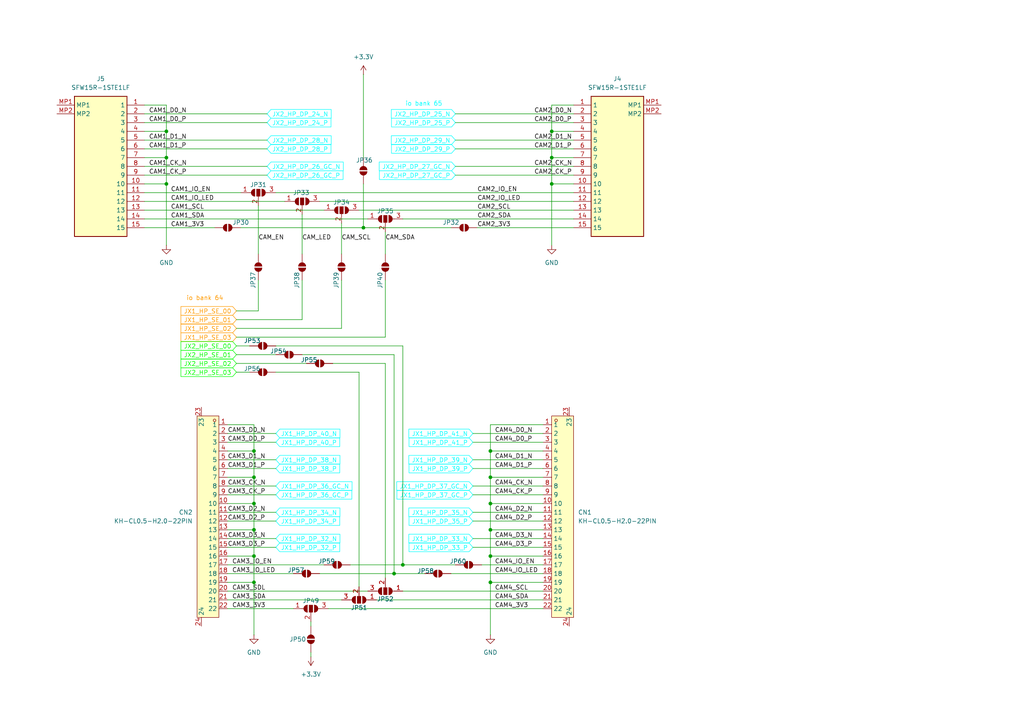
<source format=kicad_sch>
(kicad_sch (version 20231120) (generator "eeschema") (generator_version "8.0")
  (paper "A4")
  (lib_symbols
    (symbol "Jumper:SolderJumper_2_Open" (pin_numbers hide) (pin_names (offset 0) hide) (exclude_from_sim yes) (in_bom no)
      (property "Reference" "JP" (at 0 2.032 0))
      (property "Value" "SolderJumper_2_Open" (at 0 -2.54 0))
      (symbol "SolderJumper_2_Open_0_1"
        (arc (start -0.254 1.016) (mid -1.2656 0) (end -0.254 -1.016))
        (arc (start -0.254 1.016) (mid -1.2656 0) (end -0.254 -1.016) (fill (type outline)))
        (polyline (pts (xy -0.254 1.016) (xy -0.254 -1.016)))
        (polyline (pts (xy 0.254 1.016) (xy 0.254 -1.016)))
        (arc (start 0.254 -1.016) (mid 1.2656 0) (end 0.254 1.016))
        (arc (start 0.254 -1.016) (mid 1.2656 0) (end 0.254 1.016) (fill (type outline)))
      )
      (symbol "SolderJumper_2_Open_1_1"
        (pin passive line (at -3.81 0 0) (length 2.54) (name "A") (number "1"))
        (pin passive line (at 3.81 0 180) (length 2.54) (name "B") (number "2"))
      )
    )
    (symbol "Jumper:SolderJumper_3_Open" (pin_names (offset 0) hide) (exclude_from_sim yes) (in_bom no)
      (property "Reference" "JP" (at -2.54 -2.54 0))
      (property "Value" "SolderJumper_3_Open" (at 0 2.794 0))
      (symbol "SolderJumper_3_Open_0_1"
        (arc (start -1.016 1.016) (mid -2.0276 0) (end -1.016 -1.016))
        (arc (start -1.016 1.016) (mid -2.0276 0) (end -1.016 -1.016) (fill (type outline)))
        (rectangle (start -0.508 1.016) (end 0.508 -1.016) (fill (type outline)))
        (polyline (pts (xy -2.54 0) (xy -2.032 0)))
        (polyline (pts (xy -1.016 1.016) (xy -1.016 -1.016)))
        (polyline (pts (xy 0 -1.27) (xy 0 -1.016)))
        (polyline (pts (xy 1.016 1.016) (xy 1.016 -1.016)))
        (polyline (pts (xy 2.54 0) (xy 2.032 0)))
        (arc (start 1.016 -1.016) (mid 2.0276 0) (end 1.016 1.016))
        (arc (start 1.016 -1.016) (mid 2.0276 0) (end 1.016 1.016) (fill (type outline)))
      )
      (symbol "SolderJumper_3_Open_1_1"
        (pin passive line (at -5.08 0 0) (length 2.54) (name "A") (number "1"))
        (pin passive line (at 0 -3.81 90) (length 2.54) (name "C") (number "2"))
        (pin passive line (at 5.08 0 180) (length 2.54) (name "B") (number "3"))
      )
    )
    (symbol "SamacSys_Parts:SFW15R-1STE1LF"
      (property "Reference" "J" (at 21.59 7.62 0))
      (property "Value" "SFW15R-1STE1LF" (at 21.59 5.08 0))
      (symbol "SFW15R-1STE1LF_1_1"
        (rectangle (start 5.08 2.54) (end 20.32 -38.1) (stroke (width 0.254)) (fill (type background)))
        (pin passive line (at 25.4 0 180) (length 5.08) (name "1") (number "1"))
        (pin passive line (at 25.4 -22.86 180) (length 5.08) (name "10") (number "10"))
        (pin passive line (at 25.4 -25.4 180) (length 5.08) (name "11") (number "11"))
        (pin passive line (at 25.4 -27.94 180) (length 5.08) (name "12") (number "12"))
        (pin passive line (at 25.4 -30.48 180) (length 5.08) (name "13") (number "13"))
        (pin passive line (at 25.4 -33.02 180) (length 5.08) (name "14") (number "14"))
        (pin passive line (at 25.4 -35.56 180) (length 5.08) (name "15") (number "15"))
        (pin passive line (at 25.4 -2.54 180) (length 5.08) (name "2") (number "2"))
        (pin passive line (at 25.4 -5.08 180) (length 5.08) (name "3") (number "3"))
        (pin passive line (at 25.4 -7.62 180) (length 5.08) (name "4") (number "4"))
        (pin passive line (at 25.4 -10.16 180) (length 5.08) (name "5") (number "5"))
        (pin passive line (at 25.4 -12.7 180) (length 5.08) (name "6") (number "6"))
        (pin passive line (at 25.4 -15.24 180) (length 5.08) (name "7") (number "7"))
        (pin passive line (at 25.4 -17.78 180) (length 5.08) (name "8") (number "8"))
        (pin passive line (at 25.4 -20.32 180) (length 5.08) (name "9") (number "9"))
        (pin passive line (at 0 0 0) (length 5.08) (name "MP1") (number "MP1"))
        (pin passive line (at 0 -2.54 0) (length 5.08) (name "MP2") (number "MP2"))
      )
    )
    (symbol "my_lib:KH-CL0.5-H2.0-22PIN"
      (property "Reference" "CN" (at 0 36.83 0))
      (property "Value" "KH-CL0.5-H2.0-22PIN" (at 0 -36.83 0))
      (symbol "KH-CL0.5-H2.0-22PIN_0_1"
        (rectangle (start -2.54 29.21) (end 3.81 -29.21) (fill (type background)))
        (circle (center -1.27 27.94) (radius 0.38))
        (pin unspecified line (at -5.08 26.67 0) (length 2.54) (name "1") (number "1"))
        (pin unspecified line (at -5.08 3.81 0) (length 2.54) (name "10") (number "10"))
        (pin unspecified line (at -5.08 1.27 0) (length 2.54) (name "11") (number "11"))
        (pin unspecified line (at -5.08 -1.27 0) (length 2.54) (name "12") (number "12"))
        (pin unspecified line (at -5.08 -3.81 0) (length 2.54) (name "13") (number "13"))
        (pin unspecified line (at -5.08 -6.35 0) (length 2.54) (name "14") (number "14"))
        (pin unspecified line (at -5.08 -8.89 0) (length 2.54) (name "15") (number "15"))
        (pin unspecified line (at -5.08 -11.43 0) (length 2.54) (name "16") (number "16"))
        (pin unspecified line (at -5.08 -13.97 0) (length 2.54) (name "17") (number "17"))
        (pin unspecified line (at -5.08 -16.51 0) (length 2.54) (name "18") (number "18"))
        (pin unspecified line (at -5.08 -19.05 0) (length 2.54) (name "19") (number "19"))
        (pin unspecified line (at -5.08 24.13 0) (length 2.54) (name "2") (number "2"))
        (pin unspecified line (at -5.08 -21.59 0) (length 2.54) (name "20") (number "20"))
        (pin unspecified line (at -5.08 -24.13 0) (length 2.54) (name "21") (number "21"))
        (pin unspecified line (at -5.08 -26.67 0) (length 2.54) (name "22") (number "22"))
        (pin unspecified line (at 2.54 31.75 270) (length 2.54) (name "23") (number "23"))
        (pin unspecified line (at 2.54 -31.75 90) (length 2.54) (name "24") (number "24"))
        (pin unspecified line (at -5.08 21.59 0) (length 2.54) (name "3") (number "3"))
        (pin unspecified line (at -5.08 19.05 0) (length 2.54) (name "4") (number "4"))
        (pin unspecified line (at -5.08 16.51 0) (length 2.54) (name "5") (number "5"))
        (pin unspecified line (at -5.08 13.97 0) (length 2.54) (name "6") (number "6"))
        (pin unspecified line (at -5.08 11.43 0) (length 2.54) (name "7") (number "7"))
        (pin unspecified line (at -5.08 8.89 0) (length 2.54) (name "8") (number "8"))
        (pin unspecified line (at -5.08 6.35 0) (length 2.54) (name "9") (number "9"))
      )
    )
    (symbol "power:+3.3V" (power) (pin_numbers hide) (pin_names (offset 0) hide)
      (property "Value" "+3.3V" (at 0 3.556 0))
      (symbol "+3.3V_0_1"
        (polyline (pts (xy -0.762 1.27) (xy 0 2.54)))
        (polyline (pts (xy 0 0) (xy 0 2.54)))
        (polyline (pts (xy 0 2.54) (xy 0.762 1.27)))
      )
      (symbol "+3.3V_1_1"
        (pin power_in line (at 0 0 90) (length 0) (name "~") (number "1"))
      )
    )
    (symbol "power:GND" (power) (pin_numbers hide) (pin_names (offset 0) hide)
      (property "Value" "GND" (at 0 -3.81 0))
      (symbol "GND_0_1"
        (polyline (pts (xy 0 0) (xy 0 -1.27) (xy 1.27 -1.27) (xy 0 -2.54) (xy -1.27 -1.27) (xy 0 -1.27)))
      )
      (symbol "GND_1_1"
        (pin power_in line (at 0 0 270) (length 0) (name "~") (number "1"))
      )
    )
  )
  (junction (at 160.02 45.72))
  (junction (at 116.84 163.83))
  (junction (at 142.24 161.29))
  (junction (at 73.66 130.81))
  (junction (at 142.24 146.05))
  (junction (at 160.02 38.1))
  (junction (at 73.66 138.43))
  (junction (at 73.66 146.05))
  (junction (at 73.66 153.67))
  (junction (at 160.02 53.34))
  (junction (at 48.26 45.72))
  (junction (at 114.3 166.37))
  (junction (at 105.41 66.04))
  (junction (at 48.26 53.34))
  (junction (at 142.24 168.91))
  (junction (at 142.24 130.81))
  (junction (at 48.26 38.1))
  (junction (at 142.24 138.43))
  (junction (at 73.66 168.91))
  (junction (at 73.66 161.29))
  (junction (at 142.24 153.67))
  (wire (pts (xy 68.58 107.95) (xy 72.39 107.95)))
  (wire (pts (xy 41.91 66.04) (xy 62.23 66.04)))
  (wire (pts (xy 73.66 161.29) (xy 73.66 168.91)))
  (wire (pts (xy 142.24 161.29) (xy 142.24 168.91)))
  (wire (pts (xy 66.04 166.37) (xy 85.09 166.37)))
  (wire (pts (xy 41.91 53.34) (xy 48.26 53.34)))
  (wire (pts (xy 69.85 66.04) (xy 105.41 66.04)))
  (wire (pts (xy 90.17 180.34) (xy 90.17 181.61)))
  (wire (pts (xy 132.08 35.56) (xy 166.37 35.56)))
  (wire (pts (xy 137.16 151.13) (xy 157.48 151.13)))
  (wire (pts (xy 68.58 100.33) (xy 72.39 100.33)))
  (wire (pts (xy 90.17 189.23) (xy 90.17 190.5)))
  (wire (pts (xy 66.04 133.35) (xy 80.01 133.35)))
  (wire (pts (xy 68.58 97.79) (xy 111.76 97.79)))
  (wire (pts (xy 48.26 53.34) (xy 48.26 71.12)))
  (wire (pts (xy 68.58 105.41) (xy 88.9 105.41)))
  (wire (pts (xy 160.02 30.48) (xy 160.02 38.1)))
  (wire (pts (xy 41.91 60.96) (xy 93.98 60.96)))
  (wire (pts (xy 160.02 45.72) (xy 160.02 53.34)))
  (wire (pts (xy 68.58 90.17) (xy 74.93 90.17)))
  (wire (pts (xy 132.08 40.64) (xy 166.37 40.64)))
  (wire (pts (xy 114.3 166.37) (xy 123.19 166.37)))
  (wire (pts (xy 92.71 58.42) (xy 166.37 58.42)))
  (wire (pts (xy 137.16 125.73) (xy 157.48 125.73)))
  (wire (pts (xy 142.24 168.91) (xy 157.48 168.91)))
  (wire (pts (xy 48.26 30.48) (xy 48.26 38.1)))
  (wire (pts (xy 114.3 102.87) (xy 114.3 166.37)))
  (wire (pts (xy 99.06 64.77) (xy 99.06 73.66)))
  (wire (pts (xy 137.16 156.21) (xy 157.48 156.21)))
  (wire (pts (xy 104.14 60.96) (xy 166.37 60.96)))
  (wire (pts (xy 105.41 21.59) (xy 105.41 45.72)))
  (wire (pts (xy 109.22 173.99) (xy 157.48 173.99)))
  (wire (pts (xy 111.76 97.79) (xy 111.76 81.28)))
  (wire (pts (xy 111.76 67.31) (xy 111.76 73.66)))
  (wire (pts (xy 132.08 48.26) (xy 166.37 48.26)))
  (wire (pts (xy 87.63 102.87) (xy 114.3 102.87)))
  (wire (pts (xy 80.01 55.88) (xy 166.37 55.88)))
  (wire (pts (xy 66.04 138.43) (xy 73.66 138.43)))
  (wire (pts (xy 66.04 158.75) (xy 80.01 158.75)))
  (wire (pts (xy 166.37 45.72) (xy 160.02 45.72)))
  (wire (pts (xy 68.58 102.87) (xy 80.01 102.87)))
  (wire (pts (xy 68.58 95.25) (xy 99.06 95.25)))
  (wire (pts (xy 41.91 55.88) (xy 69.85 55.88)))
  (wire (pts (xy 74.93 59.69) (xy 74.93 73.66)))
  (wire (pts (xy 142.24 168.91) (xy 142.24 184.15)))
  (wire (pts (xy 137.16 143.51) (xy 157.48 143.51)))
  (wire (pts (xy 142.24 138.43) (xy 142.24 146.05)))
  (wire (pts (xy 111.76 105.41) (xy 111.76 167.64)))
  (wire (pts (xy 137.16 128.27) (xy 157.48 128.27)))
  (wire (pts (xy 41.91 33.02) (xy 77.47 33.02)))
  (wire (pts (xy 80.01 100.33) (xy 116.84 100.33)))
  (wire (pts (xy 130.81 166.37) (xy 157.48 166.37)))
  (wire (pts (xy 41.91 40.64) (xy 77.47 40.64)))
  (wire (pts (xy 66.04 163.83) (xy 93.98 163.83)))
  (wire (pts (xy 48.26 45.72) (xy 48.26 53.34)))
  (wire (pts (xy 66.04 130.81) (xy 73.66 130.81)))
  (wire (pts (xy 142.24 146.05) (xy 142.24 153.67)))
  (wire (pts (xy 87.63 92.71) (xy 87.63 81.28)))
  (wire (pts (xy 41.91 50.8) (xy 77.47 50.8)))
  (wire (pts (xy 66.04 151.13) (xy 80.01 151.13)))
  (wire (pts (xy 116.84 63.5) (xy 166.37 63.5)))
  (wire (pts (xy 104.14 107.95) (xy 104.14 170.18)))
  (wire (pts (xy 95.25 176.53) (xy 157.48 176.53)))
  (wire (pts (xy 73.66 153.67) (xy 73.66 161.29)))
  (wire (pts (xy 132.08 50.8) (xy 166.37 50.8)))
  (wire (pts (xy 66.04 168.91) (xy 73.66 168.91)))
  (wire (pts (xy 41.91 63.5) (xy 106.68 63.5)))
  (wire (pts (xy 137.16 140.97) (xy 157.48 140.97)))
  (wire (pts (xy 66.04 123.19) (xy 73.66 123.19)))
  (wire (pts (xy 73.66 146.05) (xy 73.66 153.67)))
  (wire (pts (xy 48.26 38.1) (xy 48.26 45.72)))
  (wire (pts (xy 66.04 173.99) (xy 99.06 173.99)))
  (wire (pts (xy 66.04 146.05) (xy 73.66 146.05)))
  (wire (pts (xy 73.66 168.91) (xy 73.66 184.15)))
  (wire (pts (xy 66.04 156.21) (xy 80.01 156.21)))
  (wire (pts (xy 41.91 43.18) (xy 77.47 43.18)))
  (wire (pts (xy 132.08 33.02) (xy 166.37 33.02)))
  (wire (pts (xy 142.24 130.81) (xy 142.24 138.43)))
  (wire (pts (xy 41.91 30.48) (xy 48.26 30.48)))
  (wire (pts (xy 87.63 62.23) (xy 87.63 73.66)))
  (wire (pts (xy 73.66 130.81) (xy 73.66 138.43)))
  (wire (pts (xy 139.7 163.83) (xy 157.48 163.83)))
  (wire (pts (xy 66.04 143.51) (xy 80.01 143.51)))
  (wire (pts (xy 116.84 163.83) (xy 132.08 163.83)))
  (wire (pts (xy 66.04 153.67) (xy 73.66 153.67)))
  (wire (pts (xy 137.16 135.89) (xy 157.48 135.89)))
  (wire (pts (xy 41.91 48.26) (xy 77.47 48.26)))
  (wire (pts (xy 92.71 166.37) (xy 114.3 166.37)))
  (wire (pts (xy 142.24 153.67) (xy 157.48 153.67)))
  (wire (pts (xy 137.16 158.75) (xy 157.48 158.75)))
  (wire (pts (xy 41.91 58.42) (xy 82.55 58.42)))
  (wire (pts (xy 142.24 146.05) (xy 157.48 146.05)))
  (wire (pts (xy 66.04 176.53) (xy 85.09 176.53)))
  (wire (pts (xy 142.24 161.29) (xy 157.48 161.29)))
  (wire (pts (xy 137.16 148.59) (xy 157.48 148.59)))
  (wire (pts (xy 160.02 53.34) (xy 160.02 71.12)))
  (wire (pts (xy 73.66 138.43) (xy 73.66 146.05)))
  (wire (pts (xy 142.24 153.67) (xy 142.24 161.29)))
  (wire (pts (xy 105.41 66.04) (xy 130.81 66.04)))
  (wire (pts (xy 116.84 100.33) (xy 116.84 163.83)))
  (wire (pts (xy 142.24 130.81) (xy 157.48 130.81)))
  (wire (pts (xy 68.58 92.71) (xy 87.63 92.71)))
  (wire (pts (xy 41.91 35.56) (xy 77.47 35.56)))
  (wire (pts (xy 66.04 171.45) (xy 106.68 171.45)))
  (wire (pts (xy 157.48 123.19) (xy 142.24 123.19)))
  (wire (pts (xy 74.93 90.17) (xy 74.93 81.28)))
  (wire (pts (xy 137.16 133.35) (xy 157.48 133.35)))
  (wire (pts (xy 142.24 123.19) (xy 142.24 130.81)))
  (wire (pts (xy 66.04 128.27) (xy 80.01 128.27)))
  (wire (pts (xy 66.04 148.59) (xy 80.01 148.59)))
  (wire (pts (xy 105.41 53.34) (xy 105.41 66.04)))
  (wire (pts (xy 166.37 38.1) (xy 160.02 38.1)))
  (wire (pts (xy 132.08 43.18) (xy 166.37 43.18)))
  (wire (pts (xy 99.06 95.25) (xy 99.06 81.28)))
  (wire (pts (xy 66.04 135.89) (xy 80.01 135.89)))
  (wire (pts (xy 160.02 38.1) (xy 160.02 45.72)))
  (wire (pts (xy 116.84 171.45) (xy 157.48 171.45)))
  (wire (pts (xy 142.24 138.43) (xy 157.48 138.43)))
  (wire (pts (xy 73.66 123.19) (xy 73.66 130.81)))
  (wire (pts (xy 80.01 107.95) (xy 104.14 107.95)))
  (wire (pts (xy 166.37 30.48) (xy 160.02 30.48)))
  (wire (pts (xy 66.04 125.73) (xy 80.01 125.73)))
  (wire (pts (xy 166.37 53.34) (xy 160.02 53.34)))
  (wire (pts (xy 166.37 66.04) (xy 138.43 66.04)))
  (wire (pts (xy 41.91 38.1) (xy 48.26 38.1)))
  (wire (pts (xy 101.6 163.83) (xy 116.84 163.83)))
  (wire (pts (xy 66.04 140.97) (xy 80.01 140.97)))
  (wire (pts (xy 96.52 105.41) (xy 111.76 105.41)))
  (wire (pts (xy 66.04 161.29) (xy 73.66 161.29)))
  (wire (pts (xy 41.91 45.72) (xy 48.26 45.72)))
  (text "io bank 64" (at 59.436 86.614 0) (effects (font (size 1.27 1.27))))
  (text "io bank 65" (at 122.936 30.226 0) (effects (font (size 1.27 1.27))))
  (label "CAM3_D0_N" (at 66.04 125.73 0))
  (label "CAM4_D3_P" (at 143.51 158.75 0))
  (label "CAM4_IO_LED" (at 143.51 166.37 0))
  (label "CAM1_D1_N" (at 43.18 40.64 0))
  (label "CAM4_CK_N" (at 143.51 140.97 0))
  (label "CAM1_SCL" (at 49.53 60.96 0))
  (label "CAM1_CK_P" (at 43.18 50.8 0))
  (label "CAM3_D2_P" (at 66.04 151.13 0))
  (label "CAM2_D0_N" (at 154.94 33.02 0))
  (label "CAM3_D3_P" (at 66.04 158.75 0))
  (label "CAM4_SDA" (at 143.51 173.99 0))
  (label "CAM4_SCL" (at 143.51 171.45 0))
  (label "CAM_LED" (at 87.63 69.85 0))
  (label "CAM2_IO_LED" (at 138.43 58.42 0))
  (label "CAM4_D0_P" (at 143.51 128.27 0))
  (label "CAM1_SDA" (at 49.53 63.5 0))
  (label "CAM4_D3_N" (at 143.51 156.21 0))
  (label "CAM1_D1_P" (at 43.18 43.18 0))
  (label "CAM2_D1_N" (at 154.94 40.64 0))
  (label "CAM4_CK_P" (at 143.51 143.51 0))
  (label "CAM4_D2_N" (at 143.51 148.59 0))
  (label "CAM3_D0_P" (at 66.04 128.27 0))
  (label "CAM4_D1_N" (at 143.51 133.35 0))
  (label "CAM3_IO_EN" (at 67.31 163.83 0))
  (label "CAM2_IO_EN" (at 138.43 55.88 0))
  (label "CAM2_SDA" (at 138.43 63.5 0))
  (label "CAM3_D1_N" (at 66.04 133.35 0))
  (label "CAM4_D1_P" (at 143.51 135.89 0))
  (label "CAM2_CK_P" (at 154.94 50.8 0))
  (label "CAM3_SDL" (at 67.31 171.45 0))
  (label "CAM2_D1_P" (at 154.94 43.18 0))
  (label "CAM2_3V3" (at 138.43 66.04 0))
  (label "CAM1_IO_EN" (at 49.53 55.88 0))
  (label "CAM3_CK_N" (at 66.04 140.97 0))
  (label "CAM1_CK_N" (at 43.18 48.26 0))
  (label "CAM2_D0_P" (at 154.94 35.56 0))
  (label "CAM1_D0_P" (at 43.18 35.56 0))
  (label "CAM3_D2_N" (at 66.04 148.59 0))
  (label "CAM1_IO_LED" (at 49.53 58.42 0))
  (label "CAM3_3V3" (at 67.31 176.53 0))
  (label "CAM_EN" (at 74.93 69.85 0))
  (label "CAM3_SDA" (at 67.31 173.99 0))
  (label "CAM1_D0_N" (at 43.18 33.02 0))
  (label "CAM4_3V3" (at 143.51 176.53 0))
  (label "CAM4_D2_P" (at 143.51 151.13 0))
  (label "CAM2_CK_N" (at 154.94 48.26 0))
  (label "CAM4_IO_EN" (at 143.51 163.83 0))
  (label "CAM3_IO_LED" (at 67.31 166.37 0))
  (label "CAM2_SCL" (at 138.43 60.96 0))
  (label "CAM3_CK_P" (at 66.04 143.51 0))
  (label "CAM_SCL" (at 99.06 69.85 0))
  (label "CAM3_D1_P" (at 66.04 135.89 0))
  (label "CAM4_D0_N" (at 143.51 125.73 0))
  (label "CAM1_3V3" (at 49.53 66.04 0))
  (label "CAM_SDA" (at 111.76 69.85 0))
  (label "CAM3_D3_N" (at 66.04 156.21 0))
  (global_label "JX1_HP_DP_40_N" (shape input) (at 80.01 125.73 0) (property "Intersheetrefs" "${INTERSHEET_REFS}" (effects (hide yes))))
  (global_label "JX1_HP_DP_35_N" (shape input) (at 137.16 148.59 180) (property "Intersheetrefs" "${INTERSHEET_REFS}" (effects (hide yes))))
  (global_label "JX2_HP_SE_02" (shape input) (at 68.58 105.41 180) (property "Intersheetrefs" "${INTERSHEET_REFS}" (effects (hide yes))))
  (global_label "JX2_HP_DP_24_N" (shape input) (at 77.47 33.02 0) (property "Intersheetrefs" "${INTERSHEET_REFS}" (effects (hide yes))))
  (global_label "JX2_HP_DP_28_P" (shape input) (at 77.47 43.18 0) (property "Intersheetrefs" "${INTERSHEET_REFS}" (effects (hide yes))))
  (global_label "JX1_HP_DP_37_GC_N" (shape input) (at 137.16 140.97 180) (property "Intersheetrefs" "${INTERSHEET_REFS}" (effects (hide yes))))
  (global_label "JX1_HP_DP_38_N" (shape input) (at 80.01 133.35 0) (property "Intersheetrefs" "${INTERSHEET_REFS}" (effects (hide yes))))
  (global_label "JX2_HP_SE_00" (shape input) (at 68.58 100.33 180) (property "Intersheetrefs" "${INTERSHEET_REFS}" (effects (hide yes))))
  (global_label "JX1_HP_SE_02" (shape input) (at 68.58 95.25 180) (property "Intersheetrefs" "${INTERSHEET_REFS}" (effects (hide yes))))
  (global_label "JX2_HP_DP_24_P" (shape input) (at 77.47 35.56 0) (property "Intersheetrefs" "${INTERSHEET_REFS}" (effects (hide yes))))
  (global_label "JX1_HP_DP_41_P" (shape input) (at 137.16 128.27 180) (property "Intersheetrefs" "${INTERSHEET_REFS}" (effects (hide yes))))
  (global_label "JX1_HP_DP_33_P" (shape input) (at 137.16 158.75 180) (property "Intersheetrefs" "${INTERSHEET_REFS}" (effects (hide yes))))
  (global_label "JX2_HP_DP_29_P" (shape input) (at 132.08 43.18 180) (property "Intersheetrefs" "${INTERSHEET_REFS}" (effects (hide yes))))
  (global_label "JX2_HP_DP_27_GC_P" (shape input) (at 132.08 50.8 180) (property "Intersheetrefs" "${INTERSHEET_REFS}" (effects (hide yes))))
  (global_label "JX1_HP_SE_01" (shape input) (at 68.58 92.71 180) (property "Intersheetrefs" "${INTERSHEET_REFS}" (effects (hide yes))))
  (global_label "JX1_HP_DP_37_GC_P" (shape input) (at 137.16 143.51 180) (property "Intersheetrefs" "${INTERSHEET_REFS}" (effects (hide yes))))
  (global_label "JX2_HP_DP_26_GC_N" (shape input) (at 77.47 48.26 0) (property "Intersheetrefs" "${INTERSHEET_REFS}" (effects (hide yes))))
  (global_label "JX1_HP_DP_40_P" (shape input) (at 80.01 128.27 0) (property "Intersheetrefs" "${INTERSHEET_REFS}" (effects (hide yes))))
  (global_label "JX1_HP_DP_39_P" (shape input) (at 137.16 135.89 180) (property "Intersheetrefs" "${INTERSHEET_REFS}" (effects (hide yes))))
  (global_label "JX1_HP_DP_35_P" (shape input) (at 137.16 151.13 180) (property "Intersheetrefs" "${INTERSHEET_REFS}" (effects (hide yes))))
  (global_label "JX1_HP_DP_41_N" (shape input) (at 137.16 125.73 180) (property "Intersheetrefs" "${INTERSHEET_REFS}" (effects (hide yes))))
  (global_label "JX1_HP_DP_36_GC_N" (shape input) (at 80.01 140.97 0) (property "Intersheetrefs" "${INTERSHEET_REFS}" (effects (hide yes))))
  (global_label "JX1_HP_DP_39_N" (shape input) (at 137.16 133.35 180) (property "Intersheetrefs" "${INTERSHEET_REFS}" (effects (hide yes))))
  (global_label "JX1_HP_SE_00" (shape input) (at 68.58 90.17 180) (property "Intersheetrefs" "${INTERSHEET_REFS}" (effects (hide yes))))
  (global_label "JX2_HP_DP_27_GC_N" (shape input) (at 132.08 48.26 180) (property "Intersheetrefs" "${INTERSHEET_REFS}" (effects (hide yes))))
  (global_label "JX1_HP_DP_36_GC_P" (shape input) (at 80.01 143.51 0) (property "Intersheetrefs" "${INTERSHEET_REFS}" (effects (hide yes))))
  (global_label "JX2_HP_DP_28_N" (shape input) (at 77.47 40.64 0) (property "Intersheetrefs" "${INTERSHEET_REFS}" (effects (hide yes))))
  (global_label "JX1_HP_DP_34_P" (shape input) (at 80.01 151.13 0) (property "Intersheetrefs" "${INTERSHEET_REFS}" (effects (hide yes))))
  (global_label "JX2_HP_DP_29_N" (shape input) (at 132.08 40.64 180) (property "Intersheetrefs" "${INTERSHEET_REFS}" (effects (hide yes))))
  (global_label "JX2_HP_SE_01" (shape input) (at 68.58 102.87 180) (property "Intersheetrefs" "${INTERSHEET_REFS}" (effects (hide yes))))
  (global_label "JX1_HP_DP_32_N" (shape input) (at 80.01 156.21 0) (property "Intersheetrefs" "${INTERSHEET_REFS}" (effects (hide yes))))
  (global_label "JX1_HP_DP_34_N" (shape input) (at 80.01 148.59 0) (property "Intersheetrefs" "${INTERSHEET_REFS}" (effects (hide yes))))
  (global_label "JX2_HP_SE_03" (shape input) (at 68.58 107.95 180) (property "Intersheetrefs" "${INTERSHEET_REFS}" (effects (hide yes))))
  (global_label "JX1_HP_DP_33_N" (shape input) (at 137.16 156.21 180) (property "Intersheetrefs" "${INTERSHEET_REFS}" (effects (hide yes))))
  (global_label "JX2_HP_DP_25_P" (shape input) (at 132.08 35.56 180) (property "Intersheetrefs" "${INTERSHEET_REFS}" (effects (hide yes))))
  (global_label "JX2_HP_DP_26_GC_P" (shape input) (at 77.47 50.8 0) (property "Intersheetrefs" "${INTERSHEET_REFS}" (effects (hide yes))))
  (global_label "JX1_HP_DP_38_P" (shape input) (at 80.01 135.89 0) (property "Intersheetrefs" "${INTERSHEET_REFS}" (effects (hide yes))))
  (global_label "JX2_HP_DP_25_N" (shape input) (at 132.08 33.02 180) (property "Intersheetrefs" "${INTERSHEET_REFS}" (effects (hide yes))))
  (global_label "JX1_HP_DP_32_P" (shape input) (at 80.01 158.75 0) (property "Intersheetrefs" "${INTERSHEET_REFS}" (effects (hide yes))))
  (global_label "JX1_HP_SE_03" (shape input) (at 68.58 97.79 180) (property "Intersheetrefs" "${INTERSHEET_REFS}" (effects (hide yes))))
  (symbol (lib_id "Jumper:SolderJumper_2_Open") (at 92.71 105.41 0) (mirror x) (unit 1) (exclude_from_sim yes) (in_bom no)
    (property "Reference" "JP55" (at 89.662 104.394 0))
    (property "Value" "SolderJumper_2_Open" (effects (hide yes)))
    (property "Footprint" "Jumper:SolderJumper-2_P1.3mm_Open_RoundedPad1.0x1.5mm" (effects (hide yes)))
    (property "Description" "Solder Jumper, 2-pole, open" (effects (hide yes)))
  )
  (symbol (lib_id "Jumper:SolderJumper_3_Open") (at 104.14 173.99 180) (unit 1) (exclude_from_sim yes) (in_bom no)
    (property "Reference" "JP51" (at 104.14 176.276 0))
    (property "Value" "SolderJumper_3_Open" (effects (hide yes)))
    (property "Footprint" "Jumper:SolderJumper-3_P1.3mm_Open_RoundedPad1.0x1.5mm_NumberLabels" (effects (hide yes)))
    (property "Description" "Solder Jumper, 3-pole, open" (effects (hide yes)))
  )
  (symbol (lib_id "SamacSys_Parts:SFW15R-1STE1LF") (at 191.77 30.48 0) (mirror y) (unit 1)
    (property "Reference" "J4" (at 179.07 22.86 0))
    (property "Value" "SFW15R-1STE1LF" (at 179.07 25.4 0))
    (property "Footprint" "SamacSys_Parts:SFW15R1STE1LF" (effects (hide yes)))
    (property "Datasheet" "https://cdn.amphenol-cs.com/media/wysiwyg/files/drawing/sfw12lf.pdf" (effects (hide yes)))
    (property "Description" "1.00mm Flex Connector, SFW-R series, 15 Position, Bottom side Contact, Side Entry Surface Mount ZIF Connector, Lead Free." (effects (hide yes)))
    (property "Height" "2.9" (effects (hide yes)))
    (property "Manufacturer_Name" "Amphenol Communications Solutions" (effects (hide yes)))
    (property "Manufacturer_Part_Number" "SFW15R-1STE1LF" (effects (hide yes)))
  )
  (symbol (lib_id "power:GND") (at 142.24 184.15 0) (unit 1)
    (property "Reference" "#PWR021" (effects (hide yes)))
    (property "Value" "GND" (at 142.24 189.23 0))
    (property "Description" "Power symbol creates a global label with name \"GND\" , ground" (effects (hide yes)))
  )
  (symbol (lib_id "Jumper:SolderJumper_2_Open") (at 111.76 77.47 90) (mirror x) (unit 1) (exclude_from_sim yes) (in_bom no)
    (property "Reference" "JP40" (at 110.236 81.28 0))
    (property "Value" "SolderJumper_2_Open" (effects (hide yes)))
    (property "Footprint" "Jumper:SolderJumper-2_P1.3mm_Open_RoundedPad1.0x1.5mm" (effects (hide yes)))
    (property "Description" "Solder Jumper, 2-pole, open" (effects (hide yes)))
  )
  (symbol (lib_id "power:+3.3V") (at 105.41 21.59 0) (unit 1)
    (property "Reference" "#PWR026" (effects (hide yes)))
    (property "Value" "+3.3V" (at 105.41 16.51 0))
    (property "Description" "Power symbol creates a global label with name \"+3.3V\"" (effects (hide yes)))
  )
  (symbol (lib_id "Jumper:SolderJumper_3_Open") (at 87.63 58.42 0) (unit 1) (exclude_from_sim yes) (in_bom no)
    (property "Reference" "JP33" (at 87.376 55.88 0))
    (property "Value" "SolderJumper_3_Open" (effects (hide yes)))
    (property "Footprint" "Jumper:SolderJumper-3_P1.3mm_Open_RoundedPad1.0x1.5mm_NumberLabels" (effects (hide yes)))
    (property "Description" "Solder Jumper, 3-pole, open" (effects (hide yes)))
  )
  (symbol (lib_id "Jumper:SolderJumper_2_Open") (at 105.41 49.53 90) (mirror x) (unit 1) (exclude_from_sim yes) (in_bom no)
    (property "Reference" "JP36" (at 105.664 46.482 90))
    (property "Value" "SolderJumper_2_Open" (effects (hide yes)))
    (property "Footprint" "Jumper:SolderJumper-2_P1.3mm_Open_RoundedPad1.0x1.5mm" (effects (hide yes)))
    (property "Description" "Solder Jumper, 2-pole, open" (effects (hide yes)))
  )
  (symbol (lib_id "SamacSys_Parts:SFW15R-1STE1LF") (at 16.51 30.48 0) (unit 1)
    (property "Reference" "J5" (at 29.21 22.86 0))
    (property "Value" "SFW15R-1STE1LF" (at 29.21 25.4 0))
    (property "Footprint" "SamacSys_Parts:SFW15R1STE1LF" (effects (hide yes)))
    (property "Datasheet" "https://cdn.amphenol-cs.com/media/wysiwyg/files/drawing/sfw12lf.pdf" (effects (hide yes)))
    (property "Description" "1.00mm Flex Connector, SFW-R series, 15 Position, Bottom side Contact, Side Entry Surface Mount ZIF Connector, Lead Free." (effects (hide yes)))
    (property "Height" "2.9" (effects (hide yes)))
    (property "Manufacturer_Name" "Amphenol Communications Solutions" (effects (hide yes)))
    (property "Manufacturer_Part_Number" "SFW15R-1STE1LF" (effects (hide yes)))
  )
  (symbol (lib_id "Jumper:SolderJumper_3_Open") (at 111.76 171.45 180) (unit 1) (exclude_from_sim yes) (in_bom no)
    (property "Reference" "JP52" (at 111.76 173.736 0))
    (property "Value" "SolderJumper_3_Open" (effects (hide yes)))
    (property "Footprint" "Jumper:SolderJumper-3_P1.3mm_Open_RoundedPad1.0x1.5mm_NumberLabels" (effects (hide yes)))
    (property "Description" "Solder Jumper, 3-pole, open" (effects (hide yes)))
  )
  (symbol (lib_id "my_lib:KH-CL0.5-H2.0-22PIN") (at 60.96 149.86 0) (mirror y) (unit 1)
    (property "Reference" "CN2" (at 55.88 148.5899 0) (effects (justify left)))
    (property "Value" "KH-CL0.5-H2.0-22PIN" (at 55.88 151.1299 0) (effects (justify left)))
    (property "Footprint" "my_lib:FPC-SMD_KH-CL0.5-H2.0-22PIN" (effects (hide yes)))
    (property "LCSC Part" "C2797197" (effects (hide yes)))
  )
  (symbol (lib_id "Jumper:SolderJumper_2_Open") (at 76.2 100.33 0) (mirror x) (unit 1) (exclude_from_sim yes) (in_bom no)
    (property "Reference" "JP53" (at 73.152 98.806 0))
    (property "Value" "SolderJumper_2_Open" (effects (hide yes)))
    (property "Footprint" "Jumper:SolderJumper-2_P1.3mm_Open_RoundedPad1.0x1.5mm" (effects (hide yes)))
    (property "Description" "Solder Jumper, 2-pole, open" (effects (hide yes)))
  )
  (symbol (lib_id "Jumper:SolderJumper_2_Open") (at 88.9 166.37 0) (mirror x) (unit 1) (exclude_from_sim yes) (in_bom no)
    (property "Reference" "JP57" (at 85.852 165.354 0))
    (property "Value" "SolderJumper_2_Open" (effects (hide yes)))
    (property "Footprint" "Jumper:SolderJumper-2_P1.3mm_Open_RoundedPad1.0x1.5mm" (effects (hide yes)))
    (property "Description" "Solder Jumper, 2-pole, open" (effects (hide yes)))
  )
  (symbol (lib_id "Jumper:SolderJumper_3_Open") (at 74.93 55.88 0) (unit 1) (exclude_from_sim yes) (in_bom no)
    (property "Reference" "JP31" (at 74.93 53.594 0))
    (property "Value" "SolderJumper_3_Open" (effects (hide yes)))
    (property "Footprint" "Jumper:SolderJumper-3_P1.3mm_Open_RoundedPad1.0x1.5mm_NumberLabels" (effects (hide yes)))
    (property "Description" "Solder Jumper, 3-pole, open" (effects (hide yes)))
  )
  (symbol (lib_id "power:GND") (at 160.02 71.12 0) (mirror y) (unit 1)
    (property "Reference" "#PWR027" (effects (hide yes)))
    (property "Value" "GND" (at 160.02 76.2 0))
    (property "Description" "Power symbol creates a global label with name \"GND\" , ground" (effects (hide yes)))
  )
  (symbol (lib_id "Jumper:SolderJumper_2_Open") (at 90.17 185.42 90) (mirror x) (unit 1) (exclude_from_sim yes) (in_bom no)
    (property "Reference" "JP50" (at 86.36 185.42 90))
    (property "Value" "SolderJumper_2_Open" (effects (hide yes)))
    (property "Footprint" "Jumper:SolderJumper-2_P1.3mm_Open_RoundedPad1.0x1.5mm" (effects (hide yes)))
    (property "Description" "Solder Jumper, 2-pole, open" (effects (hide yes)))
  )
  (symbol (lib_id "Jumper:SolderJumper_3_Open") (at 90.17 176.53 0) (unit 1) (exclude_from_sim yes) (in_bom no)
    (property "Reference" "JP49" (at 90.17 174.244 0))
    (property "Value" "SolderJumper_3_Open" (effects (hide yes)))
    (property "Footprint" "Jumper:SolderJumper-3_P1.3mm_Open_RoundedPad1.0x1.5mm_NumberLabels" (effects (hide yes)))
    (property "Description" "Solder Jumper, 3-pole, open" (effects (hide yes)))
  )
  (symbol (lib_id "Jumper:SolderJumper_2_Open") (at 66.04 66.04 0) (unit 1) (exclude_from_sim yes) (in_bom no)
    (property "Reference" "JP30" (at 69.85 64.516 0))
    (property "Value" "SolderJumper_2_Open" (effects (hide yes)))
    (property "Footprint" "Jumper:SolderJumper-2_P1.3mm_Open_RoundedPad1.0x1.5mm" (effects (hide yes)))
    (property "Description" "Solder Jumper, 2-pole, open" (effects (hide yes)))
  )
  (symbol (lib_id "Jumper:SolderJumper_3_Open") (at 99.06 60.96 0) (unit 1) (exclude_from_sim yes) (in_bom no)
    (property "Reference" "JP34" (at 99.06 58.674 0))
    (property "Value" "SolderJumper_3_Open" (effects (hide yes)))
    (property "Footprint" "Jumper:SolderJumper-3_P1.3mm_Open_RoundedPad1.0x1.5mm_NumberLabels" (effects (hide yes)))
    (property "Description" "Solder Jumper, 3-pole, open" (effects (hide yes)))
  )
  (symbol (lib_id "Jumper:SolderJumper_2_Open") (at 127 166.37 0) (mirror x) (unit 1) (exclude_from_sim yes) (in_bom no)
    (property "Reference" "JP58" (at 123.444 165.608 0))
    (property "Value" "SolderJumper_2_Open" (effects (hide yes)))
    (property "Footprint" "Jumper:SolderJumper-2_P1.3mm_Open_RoundedPad1.0x1.5mm" (effects (hide yes)))
    (property "Description" "Solder Jumper, 2-pole, open" (effects (hide yes)))
  )
  (symbol (lib_id "power:+3.3V") (at 90.17 190.5 180) (unit 1)
    (property "Reference" "#PWR033" (effects (hide yes)))
    (property "Value" "+3.3V" (at 90.17 195.58 0))
    (property "Description" "Power symbol creates a global label with name \"+3.3V\"" (effects (hide yes)))
  )
  (symbol (lib_id "Jumper:SolderJumper_2_Open") (at 135.89 163.83 0) (mirror x) (unit 1) (exclude_from_sim yes) (in_bom no)
    (property "Reference" "JP60" (at 132.842 162.814 0))
    (property "Value" "SolderJumper_2_Open" (effects (hide yes)))
    (property "Footprint" "Jumper:SolderJumper-2_P1.3mm_Open_RoundedPad1.0x1.5mm" (effects (hide yes)))
    (property "Description" "Solder Jumper, 2-pole, open" (effects (hide yes)))
  )
  (symbol (lib_id "power:GND") (at 73.66 184.15 0) (unit 1)
    (property "Reference" "#PWR018" (effects (hide yes)))
    (property "Value" "GND" (at 73.66 189.23 0))
    (property "Description" "Power symbol creates a global label with name \"GND\" , ground" (effects (hide yes)))
  )
  (symbol (lib_id "Jumper:SolderJumper_2_Open") (at 97.79 163.83 0) (mirror x) (unit 1) (exclude_from_sim yes) (in_bom no)
    (property "Reference" "JP59" (at 94.742 162.814 0))
    (property "Value" "SolderJumper_2_Open" (effects (hide yes)))
    (property "Footprint" "Jumper:SolderJumper-2_P1.3mm_Open_RoundedPad1.0x1.5mm" (effects (hide yes)))
    (property "Description" "Solder Jumper, 2-pole, open" (effects (hide yes)))
  )
  (symbol (lib_id "Jumper:SolderJumper_3_Open") (at 111.76 63.5 0) (unit 1) (exclude_from_sim yes) (in_bom no)
    (property "Reference" "JP35" (at 111.76 61.214 0))
    (property "Value" "SolderJumper_3_Open" (effects (hide yes)))
    (property "Footprint" "Jumper:SolderJumper-3_P1.3mm_Open_RoundedPad1.0x1.5mm_NumberLabels" (effects (hide yes)))
    (property "Description" "Solder Jumper, 3-pole, open" (effects (hide yes)))
  )
  (symbol (lib_id "power:GND") (at 48.26 71.12 0) (unit 1)
    (property "Reference" "#PWR025" (effects (hide yes)))
    (property "Value" "GND" (at 48.26 76.2 0))
    (property "Description" "Power symbol creates a global label with name \"GND\" , ground" (effects (hide yes)))
  )
  (symbol (lib_id "Jumper:SolderJumper_2_Open") (at 83.82 102.87 0) (mirror x) (unit 1) (exclude_from_sim yes) (in_bom no)
    (property "Reference" "JP54" (at 80.772 101.854 0))
    (property "Value" "SolderJumper_2_Open" (effects (hide yes)))
    (property "Footprint" "Jumper:SolderJumper-2_P1.3mm_Open_RoundedPad1.0x1.5mm" (effects (hide yes)))
    (property "Description" "Solder Jumper, 2-pole, open" (effects (hide yes)))
  )
  (symbol (lib_id "Jumper:SolderJumper_2_Open") (at 99.06 77.47 90) (mirror x) (unit 1) (exclude_from_sim yes) (in_bom no)
    (property "Reference" "JP39" (at 97.536 81.28 0))
    (property "Value" "SolderJumper_2_Open" (effects (hide yes)))
    (property "Footprint" "Jumper:SolderJumper-2_P1.3mm_Open_RoundedPad1.0x1.5mm" (effects (hide yes)))
    (property "Description" "Solder Jumper, 2-pole, open" (effects (hide yes)))
  )
  (symbol (lib_id "my_lib:KH-CL0.5-H2.0-22PIN") (at 162.56 149.86 0) (unit 1)
    (property "Reference" "CN1" (at 167.64 148.5899 0) (effects (justify left)))
    (property "Value" "KH-CL0.5-H2.0-22PIN" (at 167.64 151.1299 0) (effects (justify left)))
    (property "Footprint" "my_lib:FPC-SMD_KH-CL0.5-H2.0-22PIN" (effects (hide yes)))
    (property "LCSC Part" "C2797197" (effects (hide yes)))
  )
  (symbol (lib_id "Jumper:SolderJumper_2_Open") (at 76.2 107.95 0) (mirror x) (unit 1) (exclude_from_sim yes) (in_bom no)
    (property "Reference" "JP56" (at 73.152 106.934 0))
    (property "Value" "SolderJumper_2_Open" (effects (hide yes)))
    (property "Footprint" "Jumper:SolderJumper-2_P1.3mm_Open_RoundedPad1.0x1.5mm" (effects (hide yes)))
    (property "Description" "Solder Jumper, 2-pole, open" (effects (hide yes)))
  )
  (symbol (lib_id "Jumper:SolderJumper_2_Open") (at 134.62 66.04 0) (mirror y) (unit 1) (exclude_from_sim yes) (in_bom no)
    (property "Reference" "JP32" (at 130.81 64.516 0))
    (property "Value" "SolderJumper_2_Open" (effects (hide yes)))
    (property "Footprint" "Jumper:SolderJumper-2_P1.3mm_Open_RoundedPad1.0x1.5mm" (effects (hide yes)))
    (property "Description" "Solder Jumper, 2-pole, open" (effects (hide yes)))
  )
  (symbol (lib_id "Jumper:SolderJumper_2_Open") (at 74.93 77.47 90) (mirror x) (unit 1) (exclude_from_sim yes) (in_bom no)
    (property "Reference" "JP37" (at 73.406 81.28 0))
    (property "Value" "SolderJumper_2_Open" (effects (hide yes)))
    (property "Footprint" "Jumper:SolderJumper-2_P1.3mm_Open_RoundedPad1.0x1.5mm" (effects (hide yes)))
    (property "Description" "Solder Jumper, 2-pole, open" (effects (hide yes)))
  )
  (symbol (lib_id "Jumper:SolderJumper_2_Open") (at 87.63 77.47 90) (mirror x) (unit 1) (exclude_from_sim yes) (in_bom no)
    (property "Reference" "JP38" (at 86.106 81.28 0))
    (property "Value" "SolderJumper_2_Open" (effects (hide yes)))
    (property "Footprint" "Jumper:SolderJumper-2_P1.3mm_Open_RoundedPad1.0x1.5mm" (effects (hide yes)))
    (property "Description" "Solder Jumper, 2-pole, open" (effects (hide yes)))
  )
)
</source>
